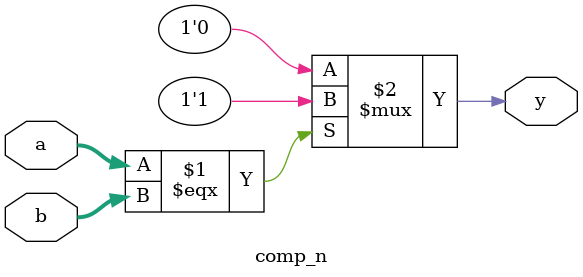
<source format=sv>
module comp_n #(parameter N=64) 
			(input logic [N-1:0] a, b,
			output logic y);
			
	assign y = a===b? 1'b1:1'b0;
	
endmodule

</source>
